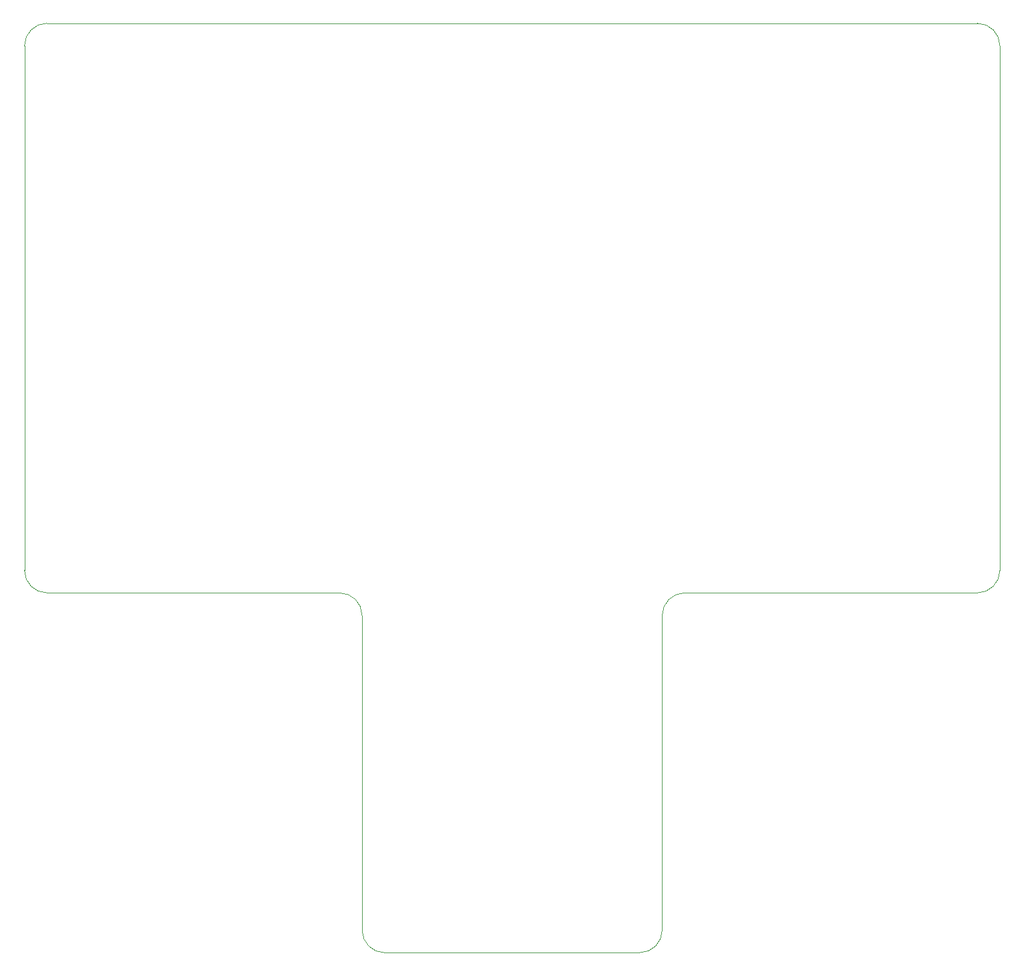
<source format=gbr>
%TF.GenerationSoftware,Altium Limited,Altium Designer,23.3.1 (30)*%
G04 Layer_Color=0*
%FSLAX45Y45*%
%MOMM*%
%TF.SameCoordinates,E4F86091-2262-4A10-A0E3-B6E4D0D901A0*%
%TF.FilePolarity,Positive*%
%TF.FileFunction,Profile,NP*%
%TF.Part,Single*%
G01*
G75*
%TA.AperFunction,Profile*%
%ADD161C,0.02540*%
D161*
X-2300000Y4400000D02*
G02*
X-2000000Y4100000I0J-300000D01*
G01*
Y-100000D01*
D02*
G03*
X-1700000Y-400000I300000J0D01*
G01*
X1700000D01*
D02*
G03*
X2000000Y-100000I0J300000D01*
G01*
X2000000Y4100000D01*
D02*
G02*
X2300000Y4400000I300000J0D01*
G01*
X6200000D01*
D02*
G03*
X6500000Y4700000I-0J300000D01*
G01*
X6499999Y11700000D01*
D02*
G03*
X6200000Y12000000I-299999J1D01*
G01*
X-6200000D01*
D02*
G03*
X-6500000Y11700000I0J-300000D01*
G01*
Y4700000D01*
D02*
G03*
X-6200000Y4400000I300000J0D01*
G01*
X-2300000Y4400000D01*
%TF.MD5,6b010f1a23342cd089ee42f05fd068d3*%
M02*

</source>
